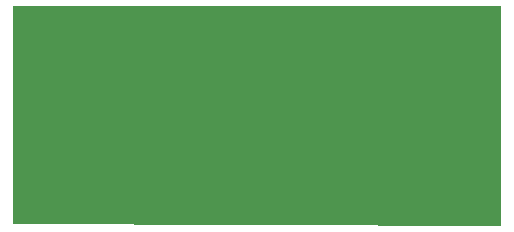
<source format=gbr>
G04 DipTrace 2.4.0.2*
%INBoard.gbr*%
%MOIN*%
%ADD11C,0.006*%
%FSLAX44Y44*%
G04*
G70*
G90*
G75*
G01*
%LNBoardPoly*%
%LPD*%
G36*
X3940Y11253D2*
D11*
X20192D1*
Y3940D1*
X3940Y4003D1*
Y11253D1*
G37*
M02*

</source>
